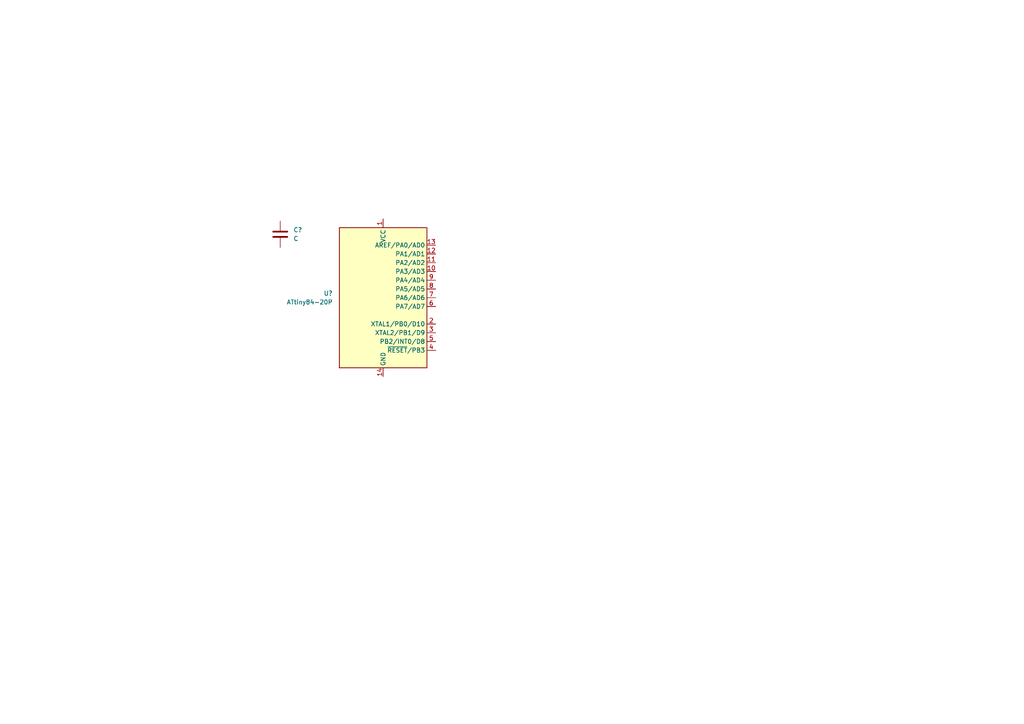
<source format=kicad_sch>
(kicad_sch (version 20250114) (generator "eeschema") (generator_version "9.0")
  (paper "A4")
  (lib_symbols
    (symbol "Device:C" (pin_numbers (hide yes)) (pin_names (offset 0.254))
      (property "Reference" "C" (at 0.635 2.54 0))
      (property "Value" "C" (at 0.635 -2.54 0))
      (symbol "C_0_1"
        (polyline (pts (xy -2.032 0.762) (xy 2.032 0.762)) (stroke (width 0.508)))
        (polyline (pts (xy -2.032 -0.762) (xy 2.032 -0.762)) (stroke (width 0.508)))
      )
      (symbol "C_1_1"
        (pin passive line (at 0 3.81 270) (length 2.794) (name "~") (number "1"))
        (pin passive line (at 0 -3.81 90) (length 2.794) (name "~") (number "2"))
      )
    )
    (symbol "MotorFreaker:ATtiny84-20P"
      (property "Reference" "U" (at -12.7 21.59 0))
      (property "Value" "ATtiny84-20P" (at 2.54 -21.59 0))
      (symbol "ATtiny84-20P_0_1"
        (rectangle (start -12.7 20.32) (end 12.7 -20.32) (stroke (width 0.254)) (fill (type background)))
      )
      (symbol "ATtiny84-20P_1_1"
        (pin power_in line (at 0 22.86 270) (length 2.54) (name "VCC") (number "1"))
        (pin power_in line (at 0 -22.86 90) (length 2.54) (name "GND") (number "14"))
        (pin bidirectional line (at 15.24 15.24 180) (length 2.54) (name "AREF/PA0/AD0") (number "13"))
        (pin bidirectional line (at 15.24 12.7 180) (length 2.54) (name "PA1/AD1") (number "12"))
        (pin bidirectional line (at 15.24 10.16 180) (length 2.54) (name "PA2/AD2") (number "11"))
        (pin bidirectional line (at 15.24 7.62 180) (length 2.54) (name "PA3/AD3") (number "10"))
        (pin bidirectional line (at 15.24 5.08 180) (length 2.54) (name "PA4/AD4") (number "9"))
        (pin bidirectional line (at 15.24 2.54 180) (length 2.54) (name "PA5/AD5") (number "8"))
        (pin bidirectional line (at 15.24 0 180) (length 2.54) (name "PA6/AD6") (number "7"))
        (pin bidirectional line (at 15.24 -2.54 180) (length 2.54) (name "PA7/AD7") (number "6"))
        (pin bidirectional line (at 15.24 -7.62 180) (length 2.54) (name "XTAL1/PB0/D10") (number "2"))
        (pin bidirectional line (at 15.24 -10.16 180) (length 2.54) (name "XTAL2/PB1/D9") (number "3"))
        (pin bidirectional line (at 15.24 -12.7 180) (length 2.54) (name "PB2/INT0/D8") (number "5"))
        (pin bidirectional line (at 15.24 -15.24 180) (length 2.54) (name "~{RESET}/PB3") (number "4"))
      )
    )
  )
  (symbol (lib_id "MotorFreaker:ATtiny84-20P") (at 111.125 86.36 0) (unit 1)
    (property "Reference" "U?" (at 96.52 85.0899 0) (effects (justify right)))
    (property "Value" "ATtiny84-20P" (at 96.52 87.6299 0) (effects (justify right)))
    (property "Footprint" "Package_DIP:DIP-14_W7.62mm" (effects (hide yes)))
    (property "Datasheet" "http://ww1.microchip.com/downloads/en/DeviceDoc/doc8006.pdf" (effects (hide yes)))
    (property "Description" "20MHz, 8kB Flash, 512B SRAM, 512B EEPROM, debugWIRE, DIP-14" (effects (hide yes)))
  )
  (symbol (lib_id "Device:C") (at 81.28 67.945 0) (unit 1)
    (property "Reference" "C?" (at 85.09 66.6749 0) (effects (justify left)))
    (property "Value" "C" (at 85.09 69.2149 0) (effects (justify left)))
    (property "Description" "Unpolarized capacitor" (effects (hide yes)))
  )
)
</source>
